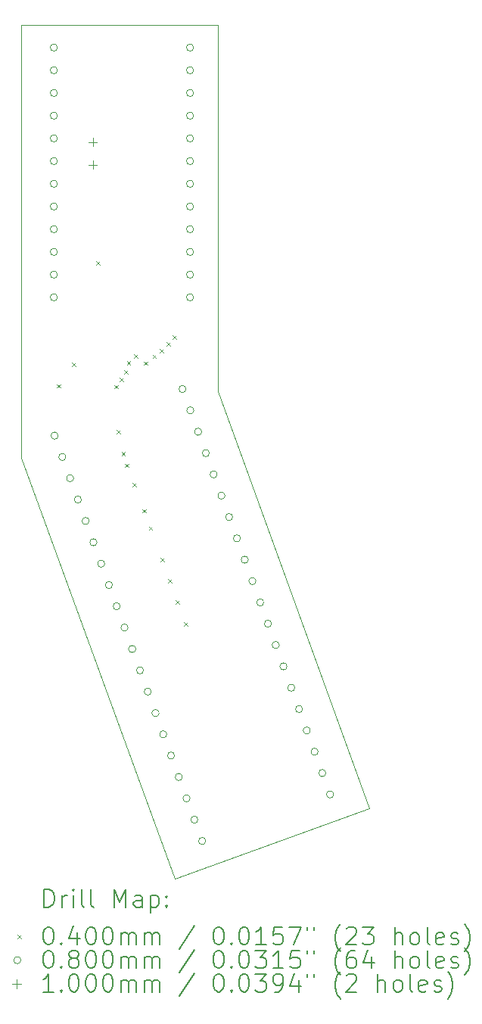
<source format=gbr>
%TF.GenerationSoftware,KiCad,Pcbnew,8.0.3*%
%TF.CreationDate,2024-06-29T10:36:16+02:00*%
%TF.ProjectId,adapter 8913-8910 Angle L,61646170-7465-4722-9038-3931332d3839,1.0a*%
%TF.SameCoordinates,Original*%
%TF.FileFunction,Drillmap*%
%TF.FilePolarity,Positive*%
%FSLAX45Y45*%
G04 Gerber Fmt 4.5, Leading zero omitted, Abs format (unit mm)*
G04 Created by KiCad (PCBNEW 8.0.3) date 2024-06-29 10:36:16*
%MOMM*%
%LPD*%
G01*
G04 APERTURE LIST*
%ADD10C,0.100000*%
%ADD11C,0.200000*%
G04 APERTURE END LIST*
D10*
X10860884Y-2303955D02*
X10860884Y-6404641D01*
X8660884Y-7153955D02*
X8660884Y-2303955D01*
X10380000Y-11860000D02*
X12557500Y-11067797D01*
X10380000Y-11860000D02*
X8660884Y-7153955D01*
X8660884Y-2303955D02*
X10860884Y-2303955D01*
X12557500Y-11067797D02*
X10860884Y-6404641D01*
D11*
D10*
X9060000Y-6325000D02*
X9100000Y-6365000D01*
X9100000Y-6325000D02*
X9060000Y-6365000D01*
X9230000Y-6085000D02*
X9270000Y-6125000D01*
X9270000Y-6085000D02*
X9230000Y-6125000D01*
X9497500Y-4952500D02*
X9537500Y-4992500D01*
X9537500Y-4952500D02*
X9497500Y-4992500D01*
X9703226Y-6333777D02*
X9743226Y-6373777D01*
X9743226Y-6333777D02*
X9703226Y-6373777D01*
X9728000Y-6837364D02*
X9768000Y-6877364D01*
X9768000Y-6837364D02*
X9728000Y-6877364D01*
X9762969Y-6253585D02*
X9802969Y-6293585D01*
X9802969Y-6253585D02*
X9762969Y-6293585D01*
X9783000Y-7085000D02*
X9823000Y-7125000D01*
X9823000Y-7085000D02*
X9783000Y-7125000D01*
X9813000Y-6167000D02*
X9853000Y-6207000D01*
X9853000Y-6167000D02*
X9813000Y-6207000D01*
X9822000Y-7214000D02*
X9862000Y-7254000D01*
X9862000Y-7214000D02*
X9822000Y-7254000D01*
X9841000Y-6069000D02*
X9881000Y-6109000D01*
X9881000Y-6069000D02*
X9841000Y-6109000D01*
X9906000Y-7430000D02*
X9946000Y-7470000D01*
X9946000Y-7430000D02*
X9906000Y-7470000D01*
X9925000Y-5994000D02*
X9965000Y-6034000D01*
X9965000Y-5994000D02*
X9925000Y-6034000D01*
X10014000Y-7724000D02*
X10054000Y-7764000D01*
X10054000Y-7724000D02*
X10014000Y-7764000D01*
X10034000Y-6072000D02*
X10074000Y-6112000D01*
X10074000Y-6072000D02*
X10034000Y-6112000D01*
X10088000Y-7918000D02*
X10128000Y-7958000D01*
X10128000Y-7918000D02*
X10088000Y-7958000D01*
X10130000Y-5997000D02*
X10170000Y-6037000D01*
X10170000Y-5997000D02*
X10130000Y-6037000D01*
X10208000Y-5931000D02*
X10248000Y-5971000D01*
X10248000Y-5931000D02*
X10208000Y-5971000D01*
X10216000Y-8270000D02*
X10256000Y-8310000D01*
X10256000Y-8270000D02*
X10216000Y-8310000D01*
X10284000Y-5857000D02*
X10324000Y-5897000D01*
X10324000Y-5857000D02*
X10284000Y-5897000D01*
X10302000Y-8507000D02*
X10342000Y-8547000D01*
X10342000Y-8507000D02*
X10302000Y-8547000D01*
X10355000Y-5781000D02*
X10395000Y-5821000D01*
X10395000Y-5781000D02*
X10355000Y-5821000D01*
X10388000Y-8746000D02*
X10428000Y-8786000D01*
X10428000Y-8746000D02*
X10388000Y-8786000D01*
X10478000Y-8991000D02*
X10518000Y-9031000D01*
X10518000Y-8991000D02*
X10478000Y-9031000D01*
X9064884Y-2559955D02*
G75*
G02*
X8984884Y-2559955I-40000J0D01*
G01*
X8984884Y-2559955D02*
G75*
G02*
X9064884Y-2559955I40000J0D01*
G01*
X9064884Y-2813955D02*
G75*
G02*
X8984884Y-2813955I-40000J0D01*
G01*
X8984884Y-2813955D02*
G75*
G02*
X9064884Y-2813955I40000J0D01*
G01*
X9064884Y-3067955D02*
G75*
G02*
X8984884Y-3067955I-40000J0D01*
G01*
X8984884Y-3067955D02*
G75*
G02*
X9064884Y-3067955I40000J0D01*
G01*
X9064884Y-3321955D02*
G75*
G02*
X8984884Y-3321955I-40000J0D01*
G01*
X8984884Y-3321955D02*
G75*
G02*
X9064884Y-3321955I40000J0D01*
G01*
X9064884Y-3575955D02*
G75*
G02*
X8984884Y-3575955I-40000J0D01*
G01*
X8984884Y-3575955D02*
G75*
G02*
X9064884Y-3575955I40000J0D01*
G01*
X9064884Y-3829955D02*
G75*
G02*
X8984884Y-3829955I-40000J0D01*
G01*
X8984884Y-3829955D02*
G75*
G02*
X9064884Y-3829955I40000J0D01*
G01*
X9064884Y-4083955D02*
G75*
G02*
X8984884Y-4083955I-40000J0D01*
G01*
X8984884Y-4083955D02*
G75*
G02*
X9064884Y-4083955I40000J0D01*
G01*
X9064884Y-4337955D02*
G75*
G02*
X8984884Y-4337955I-40000J0D01*
G01*
X8984884Y-4337955D02*
G75*
G02*
X9064884Y-4337955I40000J0D01*
G01*
X9064884Y-4591955D02*
G75*
G02*
X8984884Y-4591955I-40000J0D01*
G01*
X8984884Y-4591955D02*
G75*
G02*
X9064884Y-4591955I40000J0D01*
G01*
X9064884Y-4845955D02*
G75*
G02*
X8984884Y-4845955I-40000J0D01*
G01*
X8984884Y-4845955D02*
G75*
G02*
X9064884Y-4845955I40000J0D01*
G01*
X9064884Y-5099955D02*
G75*
G02*
X8984884Y-5099955I-40000J0D01*
G01*
X8984884Y-5099955D02*
G75*
G02*
X9064884Y-5099955I40000J0D01*
G01*
X9064884Y-5353955D02*
G75*
G02*
X8984884Y-5353955I-40000J0D01*
G01*
X8984884Y-5353955D02*
G75*
G02*
X9064884Y-5353955I40000J0D01*
G01*
X9072909Y-6901239D02*
G75*
G02*
X8992909Y-6901239I-40000J0D01*
G01*
X8992909Y-6901239D02*
G75*
G02*
X9072909Y-6901239I40000J0D01*
G01*
X9159782Y-7139921D02*
G75*
G02*
X9079782Y-7139921I-40000J0D01*
G01*
X9079782Y-7139921D02*
G75*
G02*
X9159782Y-7139921I40000J0D01*
G01*
X9246655Y-7378602D02*
G75*
G02*
X9166655Y-7378602I-40000J0D01*
G01*
X9166655Y-7378602D02*
G75*
G02*
X9246655Y-7378602I40000J0D01*
G01*
X9333528Y-7617284D02*
G75*
G02*
X9253528Y-7617284I-40000J0D01*
G01*
X9253528Y-7617284D02*
G75*
G02*
X9333528Y-7617284I40000J0D01*
G01*
X9420401Y-7855966D02*
G75*
G02*
X9340401Y-7855966I-40000J0D01*
G01*
X9340401Y-7855966D02*
G75*
G02*
X9420401Y-7855966I40000J0D01*
G01*
X9507274Y-8094648D02*
G75*
G02*
X9427274Y-8094648I-40000J0D01*
G01*
X9427274Y-8094648D02*
G75*
G02*
X9507274Y-8094648I40000J0D01*
G01*
X9594147Y-8333330D02*
G75*
G02*
X9514147Y-8333330I-40000J0D01*
G01*
X9514147Y-8333330D02*
G75*
G02*
X9594147Y-8333330I40000J0D01*
G01*
X9681020Y-8572012D02*
G75*
G02*
X9601020Y-8572012I-40000J0D01*
G01*
X9601020Y-8572012D02*
G75*
G02*
X9681020Y-8572012I40000J0D01*
G01*
X9767893Y-8810694D02*
G75*
G02*
X9687893Y-8810694I-40000J0D01*
G01*
X9687893Y-8810694D02*
G75*
G02*
X9767893Y-8810694I40000J0D01*
G01*
X9854767Y-9049376D02*
G75*
G02*
X9774767Y-9049376I-40000J0D01*
G01*
X9774767Y-9049376D02*
G75*
G02*
X9854767Y-9049376I40000J0D01*
G01*
X9941640Y-9288058D02*
G75*
G02*
X9861640Y-9288058I-40000J0D01*
G01*
X9861640Y-9288058D02*
G75*
G02*
X9941640Y-9288058I40000J0D01*
G01*
X10028513Y-9526740D02*
G75*
G02*
X9948513Y-9526740I-40000J0D01*
G01*
X9948513Y-9526740D02*
G75*
G02*
X10028513Y-9526740I40000J0D01*
G01*
X10115386Y-9765422D02*
G75*
G02*
X10035386Y-9765422I-40000J0D01*
G01*
X10035386Y-9765422D02*
G75*
G02*
X10115386Y-9765422I40000J0D01*
G01*
X10202259Y-10004104D02*
G75*
G02*
X10122259Y-10004104I-40000J0D01*
G01*
X10122259Y-10004104D02*
G75*
G02*
X10202259Y-10004104I40000J0D01*
G01*
X10289132Y-10242786D02*
G75*
G02*
X10209132Y-10242786I-40000J0D01*
G01*
X10209132Y-10242786D02*
G75*
G02*
X10289132Y-10242786I40000J0D01*
G01*
X10376005Y-10481468D02*
G75*
G02*
X10296005Y-10481468I-40000J0D01*
G01*
X10296005Y-10481468D02*
G75*
G02*
X10376005Y-10481468I40000J0D01*
G01*
X10462878Y-10720150D02*
G75*
G02*
X10382878Y-10720150I-40000J0D01*
G01*
X10382878Y-10720150D02*
G75*
G02*
X10462878Y-10720150I40000J0D01*
G01*
X10505000Y-6380000D02*
G75*
G02*
X10425000Y-6380000I-40000J0D01*
G01*
X10425000Y-6380000D02*
G75*
G02*
X10505000Y-6380000I40000J0D01*
G01*
X10549751Y-10958831D02*
G75*
G02*
X10469751Y-10958831I-40000J0D01*
G01*
X10469751Y-10958831D02*
G75*
G02*
X10549751Y-10958831I40000J0D01*
G01*
X10588884Y-2559955D02*
G75*
G02*
X10508884Y-2559955I-40000J0D01*
G01*
X10508884Y-2559955D02*
G75*
G02*
X10588884Y-2559955I40000J0D01*
G01*
X10588884Y-2813955D02*
G75*
G02*
X10508884Y-2813955I-40000J0D01*
G01*
X10508884Y-2813955D02*
G75*
G02*
X10588884Y-2813955I40000J0D01*
G01*
X10588884Y-3067955D02*
G75*
G02*
X10508884Y-3067955I-40000J0D01*
G01*
X10508884Y-3067955D02*
G75*
G02*
X10588884Y-3067955I40000J0D01*
G01*
X10588884Y-3321955D02*
G75*
G02*
X10508884Y-3321955I-40000J0D01*
G01*
X10508884Y-3321955D02*
G75*
G02*
X10588884Y-3321955I40000J0D01*
G01*
X10588884Y-3575955D02*
G75*
G02*
X10508884Y-3575955I-40000J0D01*
G01*
X10508884Y-3575955D02*
G75*
G02*
X10588884Y-3575955I40000J0D01*
G01*
X10588884Y-3829955D02*
G75*
G02*
X10508884Y-3829955I-40000J0D01*
G01*
X10508884Y-3829955D02*
G75*
G02*
X10588884Y-3829955I40000J0D01*
G01*
X10588884Y-4083955D02*
G75*
G02*
X10508884Y-4083955I-40000J0D01*
G01*
X10508884Y-4083955D02*
G75*
G02*
X10588884Y-4083955I40000J0D01*
G01*
X10588884Y-4337955D02*
G75*
G02*
X10508884Y-4337955I-40000J0D01*
G01*
X10508884Y-4337955D02*
G75*
G02*
X10588884Y-4337955I40000J0D01*
G01*
X10588884Y-4591955D02*
G75*
G02*
X10508884Y-4591955I-40000J0D01*
G01*
X10508884Y-4591955D02*
G75*
G02*
X10588884Y-4591955I40000J0D01*
G01*
X10588884Y-4845955D02*
G75*
G02*
X10508884Y-4845955I-40000J0D01*
G01*
X10508884Y-4845955D02*
G75*
G02*
X10588884Y-4845955I40000J0D01*
G01*
X10588884Y-5099955D02*
G75*
G02*
X10508884Y-5099955I-40000J0D01*
G01*
X10508884Y-5099955D02*
G75*
G02*
X10588884Y-5099955I40000J0D01*
G01*
X10588884Y-5353955D02*
G75*
G02*
X10508884Y-5353955I-40000J0D01*
G01*
X10508884Y-5353955D02*
G75*
G02*
X10588884Y-5353955I40000J0D01*
G01*
X10591873Y-6618682D02*
G75*
G02*
X10511873Y-6618682I-40000J0D01*
G01*
X10511873Y-6618682D02*
G75*
G02*
X10591873Y-6618682I40000J0D01*
G01*
X10636625Y-11197513D02*
G75*
G02*
X10556625Y-11197513I-40000J0D01*
G01*
X10556625Y-11197513D02*
G75*
G02*
X10636625Y-11197513I40000J0D01*
G01*
X10678746Y-6857364D02*
G75*
G02*
X10598746Y-6857364I-40000J0D01*
G01*
X10598746Y-6857364D02*
G75*
G02*
X10678746Y-6857364I40000J0D01*
G01*
X10723498Y-11436195D02*
G75*
G02*
X10643498Y-11436195I-40000J0D01*
G01*
X10643498Y-11436195D02*
G75*
G02*
X10723498Y-11436195I40000J0D01*
G01*
X10765619Y-7096046D02*
G75*
G02*
X10685619Y-7096046I-40000J0D01*
G01*
X10685619Y-7096046D02*
G75*
G02*
X10765619Y-7096046I40000J0D01*
G01*
X10852493Y-7334728D02*
G75*
G02*
X10772493Y-7334728I-40000J0D01*
G01*
X10772493Y-7334728D02*
G75*
G02*
X10852493Y-7334728I40000J0D01*
G01*
X10939366Y-7573410D02*
G75*
G02*
X10859366Y-7573410I-40000J0D01*
G01*
X10859366Y-7573410D02*
G75*
G02*
X10939366Y-7573410I40000J0D01*
G01*
X11026239Y-7812091D02*
G75*
G02*
X10946239Y-7812091I-40000J0D01*
G01*
X10946239Y-7812091D02*
G75*
G02*
X11026239Y-7812091I40000J0D01*
G01*
X11113112Y-8050773D02*
G75*
G02*
X11033112Y-8050773I-40000J0D01*
G01*
X11033112Y-8050773D02*
G75*
G02*
X11113112Y-8050773I40000J0D01*
G01*
X11199985Y-8289455D02*
G75*
G02*
X11119985Y-8289455I-40000J0D01*
G01*
X11119985Y-8289455D02*
G75*
G02*
X11199985Y-8289455I40000J0D01*
G01*
X11286858Y-8528137D02*
G75*
G02*
X11206858Y-8528137I-40000J0D01*
G01*
X11206858Y-8528137D02*
G75*
G02*
X11286858Y-8528137I40000J0D01*
G01*
X11373731Y-8766819D02*
G75*
G02*
X11293731Y-8766819I-40000J0D01*
G01*
X11293731Y-8766819D02*
G75*
G02*
X11373731Y-8766819I40000J0D01*
G01*
X11460604Y-9005501D02*
G75*
G02*
X11380604Y-9005501I-40000J0D01*
G01*
X11380604Y-9005501D02*
G75*
G02*
X11460604Y-9005501I40000J0D01*
G01*
X11547477Y-9244183D02*
G75*
G02*
X11467477Y-9244183I-40000J0D01*
G01*
X11467477Y-9244183D02*
G75*
G02*
X11547477Y-9244183I40000J0D01*
G01*
X11634350Y-9482865D02*
G75*
G02*
X11554350Y-9482865I-40000J0D01*
G01*
X11554350Y-9482865D02*
G75*
G02*
X11634350Y-9482865I40000J0D01*
G01*
X11721224Y-9721547D02*
G75*
G02*
X11641224Y-9721547I-40000J0D01*
G01*
X11641224Y-9721547D02*
G75*
G02*
X11721224Y-9721547I40000J0D01*
G01*
X11808097Y-9960229D02*
G75*
G02*
X11728097Y-9960229I-40000J0D01*
G01*
X11728097Y-9960229D02*
G75*
G02*
X11808097Y-9960229I40000J0D01*
G01*
X11894970Y-10198911D02*
G75*
G02*
X11814970Y-10198911I-40000J0D01*
G01*
X11814970Y-10198911D02*
G75*
G02*
X11894970Y-10198911I40000J0D01*
G01*
X11981843Y-10437593D02*
G75*
G02*
X11901843Y-10437593I-40000J0D01*
G01*
X11901843Y-10437593D02*
G75*
G02*
X11981843Y-10437593I40000J0D01*
G01*
X12068716Y-10676275D02*
G75*
G02*
X11988716Y-10676275I-40000J0D01*
G01*
X11988716Y-10676275D02*
G75*
G02*
X12068716Y-10676275I40000J0D01*
G01*
X12155589Y-10914957D02*
G75*
G02*
X12075589Y-10914957I-40000J0D01*
G01*
X12075589Y-10914957D02*
G75*
G02*
X12155589Y-10914957I40000J0D01*
G01*
X9460000Y-3566000D02*
X9460000Y-3666000D01*
X9410000Y-3616000D02*
X9510000Y-3616000D01*
X9460000Y-3820000D02*
X9460000Y-3920000D01*
X9410000Y-3870000D02*
X9510000Y-3870000D01*
D11*
X8916661Y-12176484D02*
X8916661Y-11976484D01*
X8916661Y-11976484D02*
X8964280Y-11976484D01*
X8964280Y-11976484D02*
X8992851Y-11986008D01*
X8992851Y-11986008D02*
X9011899Y-12005055D01*
X9011899Y-12005055D02*
X9021423Y-12024103D01*
X9021423Y-12024103D02*
X9030947Y-12062198D01*
X9030947Y-12062198D02*
X9030947Y-12090769D01*
X9030947Y-12090769D02*
X9021423Y-12128865D01*
X9021423Y-12128865D02*
X9011899Y-12147912D01*
X9011899Y-12147912D02*
X8992851Y-12166960D01*
X8992851Y-12166960D02*
X8964280Y-12176484D01*
X8964280Y-12176484D02*
X8916661Y-12176484D01*
X9116661Y-12176484D02*
X9116661Y-12043150D01*
X9116661Y-12081246D02*
X9126185Y-12062198D01*
X9126185Y-12062198D02*
X9135708Y-12052674D01*
X9135708Y-12052674D02*
X9154756Y-12043150D01*
X9154756Y-12043150D02*
X9173804Y-12043150D01*
X9240470Y-12176484D02*
X9240470Y-12043150D01*
X9240470Y-11976484D02*
X9230947Y-11986008D01*
X9230947Y-11986008D02*
X9240470Y-11995531D01*
X9240470Y-11995531D02*
X9249994Y-11986008D01*
X9249994Y-11986008D02*
X9240470Y-11976484D01*
X9240470Y-11976484D02*
X9240470Y-11995531D01*
X9364280Y-12176484D02*
X9345232Y-12166960D01*
X9345232Y-12166960D02*
X9335708Y-12147912D01*
X9335708Y-12147912D02*
X9335708Y-11976484D01*
X9469042Y-12176484D02*
X9449994Y-12166960D01*
X9449994Y-12166960D02*
X9440470Y-12147912D01*
X9440470Y-12147912D02*
X9440470Y-11976484D01*
X9697613Y-12176484D02*
X9697613Y-11976484D01*
X9697613Y-11976484D02*
X9764280Y-12119341D01*
X9764280Y-12119341D02*
X9830947Y-11976484D01*
X9830947Y-11976484D02*
X9830947Y-12176484D01*
X10011899Y-12176484D02*
X10011899Y-12071722D01*
X10011899Y-12071722D02*
X10002375Y-12052674D01*
X10002375Y-12052674D02*
X9983328Y-12043150D01*
X9983328Y-12043150D02*
X9945232Y-12043150D01*
X9945232Y-12043150D02*
X9926185Y-12052674D01*
X10011899Y-12166960D02*
X9992851Y-12176484D01*
X9992851Y-12176484D02*
X9945232Y-12176484D01*
X9945232Y-12176484D02*
X9926185Y-12166960D01*
X9926185Y-12166960D02*
X9916661Y-12147912D01*
X9916661Y-12147912D02*
X9916661Y-12128865D01*
X9916661Y-12128865D02*
X9926185Y-12109817D01*
X9926185Y-12109817D02*
X9945232Y-12100293D01*
X9945232Y-12100293D02*
X9992851Y-12100293D01*
X9992851Y-12100293D02*
X10011899Y-12090769D01*
X10107137Y-12043150D02*
X10107137Y-12243150D01*
X10107137Y-12052674D02*
X10126185Y-12043150D01*
X10126185Y-12043150D02*
X10164280Y-12043150D01*
X10164280Y-12043150D02*
X10183328Y-12052674D01*
X10183328Y-12052674D02*
X10192851Y-12062198D01*
X10192851Y-12062198D02*
X10202375Y-12081246D01*
X10202375Y-12081246D02*
X10202375Y-12138388D01*
X10202375Y-12138388D02*
X10192851Y-12157436D01*
X10192851Y-12157436D02*
X10183328Y-12166960D01*
X10183328Y-12166960D02*
X10164280Y-12176484D01*
X10164280Y-12176484D02*
X10126185Y-12176484D01*
X10126185Y-12176484D02*
X10107137Y-12166960D01*
X10288089Y-12157436D02*
X10297613Y-12166960D01*
X10297613Y-12166960D02*
X10288089Y-12176484D01*
X10288089Y-12176484D02*
X10278566Y-12166960D01*
X10278566Y-12166960D02*
X10288089Y-12157436D01*
X10288089Y-12157436D02*
X10288089Y-12176484D01*
X10288089Y-12052674D02*
X10297613Y-12062198D01*
X10297613Y-12062198D02*
X10288089Y-12071722D01*
X10288089Y-12071722D02*
X10278566Y-12062198D01*
X10278566Y-12062198D02*
X10288089Y-12052674D01*
X10288089Y-12052674D02*
X10288089Y-12071722D01*
D10*
X8615884Y-12485000D02*
X8655884Y-12525000D01*
X8655884Y-12485000D02*
X8615884Y-12525000D01*
D11*
X8954756Y-12396484D02*
X8973804Y-12396484D01*
X8973804Y-12396484D02*
X8992851Y-12406008D01*
X8992851Y-12406008D02*
X9002375Y-12415531D01*
X9002375Y-12415531D02*
X9011899Y-12434579D01*
X9011899Y-12434579D02*
X9021423Y-12472674D01*
X9021423Y-12472674D02*
X9021423Y-12520293D01*
X9021423Y-12520293D02*
X9011899Y-12558388D01*
X9011899Y-12558388D02*
X9002375Y-12577436D01*
X9002375Y-12577436D02*
X8992851Y-12586960D01*
X8992851Y-12586960D02*
X8973804Y-12596484D01*
X8973804Y-12596484D02*
X8954756Y-12596484D01*
X8954756Y-12596484D02*
X8935708Y-12586960D01*
X8935708Y-12586960D02*
X8926185Y-12577436D01*
X8926185Y-12577436D02*
X8916661Y-12558388D01*
X8916661Y-12558388D02*
X8907137Y-12520293D01*
X8907137Y-12520293D02*
X8907137Y-12472674D01*
X8907137Y-12472674D02*
X8916661Y-12434579D01*
X8916661Y-12434579D02*
X8926185Y-12415531D01*
X8926185Y-12415531D02*
X8935708Y-12406008D01*
X8935708Y-12406008D02*
X8954756Y-12396484D01*
X9107137Y-12577436D02*
X9116661Y-12586960D01*
X9116661Y-12586960D02*
X9107137Y-12596484D01*
X9107137Y-12596484D02*
X9097613Y-12586960D01*
X9097613Y-12586960D02*
X9107137Y-12577436D01*
X9107137Y-12577436D02*
X9107137Y-12596484D01*
X9288089Y-12463150D02*
X9288089Y-12596484D01*
X9240470Y-12386960D02*
X9192851Y-12529817D01*
X9192851Y-12529817D02*
X9316661Y-12529817D01*
X9430947Y-12396484D02*
X9449994Y-12396484D01*
X9449994Y-12396484D02*
X9469042Y-12406008D01*
X9469042Y-12406008D02*
X9478566Y-12415531D01*
X9478566Y-12415531D02*
X9488089Y-12434579D01*
X9488089Y-12434579D02*
X9497613Y-12472674D01*
X9497613Y-12472674D02*
X9497613Y-12520293D01*
X9497613Y-12520293D02*
X9488089Y-12558388D01*
X9488089Y-12558388D02*
X9478566Y-12577436D01*
X9478566Y-12577436D02*
X9469042Y-12586960D01*
X9469042Y-12586960D02*
X9449994Y-12596484D01*
X9449994Y-12596484D02*
X9430947Y-12596484D01*
X9430947Y-12596484D02*
X9411899Y-12586960D01*
X9411899Y-12586960D02*
X9402375Y-12577436D01*
X9402375Y-12577436D02*
X9392851Y-12558388D01*
X9392851Y-12558388D02*
X9383328Y-12520293D01*
X9383328Y-12520293D02*
X9383328Y-12472674D01*
X9383328Y-12472674D02*
X9392851Y-12434579D01*
X9392851Y-12434579D02*
X9402375Y-12415531D01*
X9402375Y-12415531D02*
X9411899Y-12406008D01*
X9411899Y-12406008D02*
X9430947Y-12396484D01*
X9621423Y-12396484D02*
X9640470Y-12396484D01*
X9640470Y-12396484D02*
X9659518Y-12406008D01*
X9659518Y-12406008D02*
X9669042Y-12415531D01*
X9669042Y-12415531D02*
X9678566Y-12434579D01*
X9678566Y-12434579D02*
X9688089Y-12472674D01*
X9688089Y-12472674D02*
X9688089Y-12520293D01*
X9688089Y-12520293D02*
X9678566Y-12558388D01*
X9678566Y-12558388D02*
X9669042Y-12577436D01*
X9669042Y-12577436D02*
X9659518Y-12586960D01*
X9659518Y-12586960D02*
X9640470Y-12596484D01*
X9640470Y-12596484D02*
X9621423Y-12596484D01*
X9621423Y-12596484D02*
X9602375Y-12586960D01*
X9602375Y-12586960D02*
X9592851Y-12577436D01*
X9592851Y-12577436D02*
X9583328Y-12558388D01*
X9583328Y-12558388D02*
X9573804Y-12520293D01*
X9573804Y-12520293D02*
X9573804Y-12472674D01*
X9573804Y-12472674D02*
X9583328Y-12434579D01*
X9583328Y-12434579D02*
X9592851Y-12415531D01*
X9592851Y-12415531D02*
X9602375Y-12406008D01*
X9602375Y-12406008D02*
X9621423Y-12396484D01*
X9773804Y-12596484D02*
X9773804Y-12463150D01*
X9773804Y-12482198D02*
X9783328Y-12472674D01*
X9783328Y-12472674D02*
X9802375Y-12463150D01*
X9802375Y-12463150D02*
X9830947Y-12463150D01*
X9830947Y-12463150D02*
X9849994Y-12472674D01*
X9849994Y-12472674D02*
X9859518Y-12491722D01*
X9859518Y-12491722D02*
X9859518Y-12596484D01*
X9859518Y-12491722D02*
X9869042Y-12472674D01*
X9869042Y-12472674D02*
X9888089Y-12463150D01*
X9888089Y-12463150D02*
X9916661Y-12463150D01*
X9916661Y-12463150D02*
X9935709Y-12472674D01*
X9935709Y-12472674D02*
X9945232Y-12491722D01*
X9945232Y-12491722D02*
X9945232Y-12596484D01*
X10040470Y-12596484D02*
X10040470Y-12463150D01*
X10040470Y-12482198D02*
X10049994Y-12472674D01*
X10049994Y-12472674D02*
X10069042Y-12463150D01*
X10069042Y-12463150D02*
X10097613Y-12463150D01*
X10097613Y-12463150D02*
X10116661Y-12472674D01*
X10116661Y-12472674D02*
X10126185Y-12491722D01*
X10126185Y-12491722D02*
X10126185Y-12596484D01*
X10126185Y-12491722D02*
X10135709Y-12472674D01*
X10135709Y-12472674D02*
X10154756Y-12463150D01*
X10154756Y-12463150D02*
X10183328Y-12463150D01*
X10183328Y-12463150D02*
X10202375Y-12472674D01*
X10202375Y-12472674D02*
X10211899Y-12491722D01*
X10211899Y-12491722D02*
X10211899Y-12596484D01*
X10602375Y-12386960D02*
X10430947Y-12644103D01*
X10859518Y-12396484D02*
X10878566Y-12396484D01*
X10878566Y-12396484D02*
X10897613Y-12406008D01*
X10897613Y-12406008D02*
X10907137Y-12415531D01*
X10907137Y-12415531D02*
X10916661Y-12434579D01*
X10916661Y-12434579D02*
X10926185Y-12472674D01*
X10926185Y-12472674D02*
X10926185Y-12520293D01*
X10926185Y-12520293D02*
X10916661Y-12558388D01*
X10916661Y-12558388D02*
X10907137Y-12577436D01*
X10907137Y-12577436D02*
X10897613Y-12586960D01*
X10897613Y-12586960D02*
X10878566Y-12596484D01*
X10878566Y-12596484D02*
X10859518Y-12596484D01*
X10859518Y-12596484D02*
X10840471Y-12586960D01*
X10840471Y-12586960D02*
X10830947Y-12577436D01*
X10830947Y-12577436D02*
X10821423Y-12558388D01*
X10821423Y-12558388D02*
X10811899Y-12520293D01*
X10811899Y-12520293D02*
X10811899Y-12472674D01*
X10811899Y-12472674D02*
X10821423Y-12434579D01*
X10821423Y-12434579D02*
X10830947Y-12415531D01*
X10830947Y-12415531D02*
X10840471Y-12406008D01*
X10840471Y-12406008D02*
X10859518Y-12396484D01*
X11011899Y-12577436D02*
X11021423Y-12586960D01*
X11021423Y-12586960D02*
X11011899Y-12596484D01*
X11011899Y-12596484D02*
X11002375Y-12586960D01*
X11002375Y-12586960D02*
X11011899Y-12577436D01*
X11011899Y-12577436D02*
X11011899Y-12596484D01*
X11145232Y-12396484D02*
X11164280Y-12396484D01*
X11164280Y-12396484D02*
X11183328Y-12406008D01*
X11183328Y-12406008D02*
X11192851Y-12415531D01*
X11192851Y-12415531D02*
X11202375Y-12434579D01*
X11202375Y-12434579D02*
X11211899Y-12472674D01*
X11211899Y-12472674D02*
X11211899Y-12520293D01*
X11211899Y-12520293D02*
X11202375Y-12558388D01*
X11202375Y-12558388D02*
X11192851Y-12577436D01*
X11192851Y-12577436D02*
X11183328Y-12586960D01*
X11183328Y-12586960D02*
X11164280Y-12596484D01*
X11164280Y-12596484D02*
X11145232Y-12596484D01*
X11145232Y-12596484D02*
X11126185Y-12586960D01*
X11126185Y-12586960D02*
X11116661Y-12577436D01*
X11116661Y-12577436D02*
X11107137Y-12558388D01*
X11107137Y-12558388D02*
X11097613Y-12520293D01*
X11097613Y-12520293D02*
X11097613Y-12472674D01*
X11097613Y-12472674D02*
X11107137Y-12434579D01*
X11107137Y-12434579D02*
X11116661Y-12415531D01*
X11116661Y-12415531D02*
X11126185Y-12406008D01*
X11126185Y-12406008D02*
X11145232Y-12396484D01*
X11402375Y-12596484D02*
X11288090Y-12596484D01*
X11345232Y-12596484D02*
X11345232Y-12396484D01*
X11345232Y-12396484D02*
X11326185Y-12425055D01*
X11326185Y-12425055D02*
X11307137Y-12444103D01*
X11307137Y-12444103D02*
X11288090Y-12453627D01*
X11583328Y-12396484D02*
X11488090Y-12396484D01*
X11488090Y-12396484D02*
X11478566Y-12491722D01*
X11478566Y-12491722D02*
X11488090Y-12482198D01*
X11488090Y-12482198D02*
X11507137Y-12472674D01*
X11507137Y-12472674D02*
X11554756Y-12472674D01*
X11554756Y-12472674D02*
X11573804Y-12482198D01*
X11573804Y-12482198D02*
X11583328Y-12491722D01*
X11583328Y-12491722D02*
X11592851Y-12510769D01*
X11592851Y-12510769D02*
X11592851Y-12558388D01*
X11592851Y-12558388D02*
X11583328Y-12577436D01*
X11583328Y-12577436D02*
X11573804Y-12586960D01*
X11573804Y-12586960D02*
X11554756Y-12596484D01*
X11554756Y-12596484D02*
X11507137Y-12596484D01*
X11507137Y-12596484D02*
X11488090Y-12586960D01*
X11488090Y-12586960D02*
X11478566Y-12577436D01*
X11659518Y-12396484D02*
X11792851Y-12396484D01*
X11792851Y-12396484D02*
X11707137Y-12596484D01*
X11859518Y-12396484D02*
X11859518Y-12434579D01*
X11935709Y-12396484D02*
X11935709Y-12434579D01*
X12230947Y-12672674D02*
X12221423Y-12663150D01*
X12221423Y-12663150D02*
X12202375Y-12634579D01*
X12202375Y-12634579D02*
X12192852Y-12615531D01*
X12192852Y-12615531D02*
X12183328Y-12586960D01*
X12183328Y-12586960D02*
X12173804Y-12539341D01*
X12173804Y-12539341D02*
X12173804Y-12501246D01*
X12173804Y-12501246D02*
X12183328Y-12453627D01*
X12183328Y-12453627D02*
X12192852Y-12425055D01*
X12192852Y-12425055D02*
X12202375Y-12406008D01*
X12202375Y-12406008D02*
X12221423Y-12377436D01*
X12221423Y-12377436D02*
X12230947Y-12367912D01*
X12297613Y-12415531D02*
X12307137Y-12406008D01*
X12307137Y-12406008D02*
X12326185Y-12396484D01*
X12326185Y-12396484D02*
X12373804Y-12396484D01*
X12373804Y-12396484D02*
X12392852Y-12406008D01*
X12392852Y-12406008D02*
X12402375Y-12415531D01*
X12402375Y-12415531D02*
X12411899Y-12434579D01*
X12411899Y-12434579D02*
X12411899Y-12453627D01*
X12411899Y-12453627D02*
X12402375Y-12482198D01*
X12402375Y-12482198D02*
X12288090Y-12596484D01*
X12288090Y-12596484D02*
X12411899Y-12596484D01*
X12478566Y-12396484D02*
X12602375Y-12396484D01*
X12602375Y-12396484D02*
X12535709Y-12472674D01*
X12535709Y-12472674D02*
X12564280Y-12472674D01*
X12564280Y-12472674D02*
X12583328Y-12482198D01*
X12583328Y-12482198D02*
X12592852Y-12491722D01*
X12592852Y-12491722D02*
X12602375Y-12510769D01*
X12602375Y-12510769D02*
X12602375Y-12558388D01*
X12602375Y-12558388D02*
X12592852Y-12577436D01*
X12592852Y-12577436D02*
X12583328Y-12586960D01*
X12583328Y-12586960D02*
X12564280Y-12596484D01*
X12564280Y-12596484D02*
X12507137Y-12596484D01*
X12507137Y-12596484D02*
X12488090Y-12586960D01*
X12488090Y-12586960D02*
X12478566Y-12577436D01*
X12840471Y-12596484D02*
X12840471Y-12396484D01*
X12926185Y-12596484D02*
X12926185Y-12491722D01*
X12926185Y-12491722D02*
X12916661Y-12472674D01*
X12916661Y-12472674D02*
X12897614Y-12463150D01*
X12897614Y-12463150D02*
X12869042Y-12463150D01*
X12869042Y-12463150D02*
X12849994Y-12472674D01*
X12849994Y-12472674D02*
X12840471Y-12482198D01*
X13049994Y-12596484D02*
X13030947Y-12586960D01*
X13030947Y-12586960D02*
X13021423Y-12577436D01*
X13021423Y-12577436D02*
X13011899Y-12558388D01*
X13011899Y-12558388D02*
X13011899Y-12501246D01*
X13011899Y-12501246D02*
X13021423Y-12482198D01*
X13021423Y-12482198D02*
X13030947Y-12472674D01*
X13030947Y-12472674D02*
X13049994Y-12463150D01*
X13049994Y-12463150D02*
X13078566Y-12463150D01*
X13078566Y-12463150D02*
X13097614Y-12472674D01*
X13097614Y-12472674D02*
X13107137Y-12482198D01*
X13107137Y-12482198D02*
X13116661Y-12501246D01*
X13116661Y-12501246D02*
X13116661Y-12558388D01*
X13116661Y-12558388D02*
X13107137Y-12577436D01*
X13107137Y-12577436D02*
X13097614Y-12586960D01*
X13097614Y-12586960D02*
X13078566Y-12596484D01*
X13078566Y-12596484D02*
X13049994Y-12596484D01*
X13230947Y-12596484D02*
X13211899Y-12586960D01*
X13211899Y-12586960D02*
X13202375Y-12567912D01*
X13202375Y-12567912D02*
X13202375Y-12396484D01*
X13383328Y-12586960D02*
X13364280Y-12596484D01*
X13364280Y-12596484D02*
X13326185Y-12596484D01*
X13326185Y-12596484D02*
X13307137Y-12586960D01*
X13307137Y-12586960D02*
X13297614Y-12567912D01*
X13297614Y-12567912D02*
X13297614Y-12491722D01*
X13297614Y-12491722D02*
X13307137Y-12472674D01*
X13307137Y-12472674D02*
X13326185Y-12463150D01*
X13326185Y-12463150D02*
X13364280Y-12463150D01*
X13364280Y-12463150D02*
X13383328Y-12472674D01*
X13383328Y-12472674D02*
X13392852Y-12491722D01*
X13392852Y-12491722D02*
X13392852Y-12510769D01*
X13392852Y-12510769D02*
X13297614Y-12529817D01*
X13469042Y-12586960D02*
X13488090Y-12596484D01*
X13488090Y-12596484D02*
X13526185Y-12596484D01*
X13526185Y-12596484D02*
X13545233Y-12586960D01*
X13545233Y-12586960D02*
X13554756Y-12567912D01*
X13554756Y-12567912D02*
X13554756Y-12558388D01*
X13554756Y-12558388D02*
X13545233Y-12539341D01*
X13545233Y-12539341D02*
X13526185Y-12529817D01*
X13526185Y-12529817D02*
X13497614Y-12529817D01*
X13497614Y-12529817D02*
X13478566Y-12520293D01*
X13478566Y-12520293D02*
X13469042Y-12501246D01*
X13469042Y-12501246D02*
X13469042Y-12491722D01*
X13469042Y-12491722D02*
X13478566Y-12472674D01*
X13478566Y-12472674D02*
X13497614Y-12463150D01*
X13497614Y-12463150D02*
X13526185Y-12463150D01*
X13526185Y-12463150D02*
X13545233Y-12472674D01*
X13621423Y-12672674D02*
X13630947Y-12663150D01*
X13630947Y-12663150D02*
X13649995Y-12634579D01*
X13649995Y-12634579D02*
X13659518Y-12615531D01*
X13659518Y-12615531D02*
X13669042Y-12586960D01*
X13669042Y-12586960D02*
X13678566Y-12539341D01*
X13678566Y-12539341D02*
X13678566Y-12501246D01*
X13678566Y-12501246D02*
X13669042Y-12453627D01*
X13669042Y-12453627D02*
X13659518Y-12425055D01*
X13659518Y-12425055D02*
X13649995Y-12406008D01*
X13649995Y-12406008D02*
X13630947Y-12377436D01*
X13630947Y-12377436D02*
X13621423Y-12367912D01*
D10*
X8655884Y-12769000D02*
G75*
G02*
X8575884Y-12769000I-40000J0D01*
G01*
X8575884Y-12769000D02*
G75*
G02*
X8655884Y-12769000I40000J0D01*
G01*
D11*
X8954756Y-12660484D02*
X8973804Y-12660484D01*
X8973804Y-12660484D02*
X8992851Y-12670008D01*
X8992851Y-12670008D02*
X9002375Y-12679531D01*
X9002375Y-12679531D02*
X9011899Y-12698579D01*
X9011899Y-12698579D02*
X9021423Y-12736674D01*
X9021423Y-12736674D02*
X9021423Y-12784293D01*
X9021423Y-12784293D02*
X9011899Y-12822388D01*
X9011899Y-12822388D02*
X9002375Y-12841436D01*
X9002375Y-12841436D02*
X8992851Y-12850960D01*
X8992851Y-12850960D02*
X8973804Y-12860484D01*
X8973804Y-12860484D02*
X8954756Y-12860484D01*
X8954756Y-12860484D02*
X8935708Y-12850960D01*
X8935708Y-12850960D02*
X8926185Y-12841436D01*
X8926185Y-12841436D02*
X8916661Y-12822388D01*
X8916661Y-12822388D02*
X8907137Y-12784293D01*
X8907137Y-12784293D02*
X8907137Y-12736674D01*
X8907137Y-12736674D02*
X8916661Y-12698579D01*
X8916661Y-12698579D02*
X8926185Y-12679531D01*
X8926185Y-12679531D02*
X8935708Y-12670008D01*
X8935708Y-12670008D02*
X8954756Y-12660484D01*
X9107137Y-12841436D02*
X9116661Y-12850960D01*
X9116661Y-12850960D02*
X9107137Y-12860484D01*
X9107137Y-12860484D02*
X9097613Y-12850960D01*
X9097613Y-12850960D02*
X9107137Y-12841436D01*
X9107137Y-12841436D02*
X9107137Y-12860484D01*
X9230947Y-12746198D02*
X9211899Y-12736674D01*
X9211899Y-12736674D02*
X9202375Y-12727150D01*
X9202375Y-12727150D02*
X9192851Y-12708103D01*
X9192851Y-12708103D02*
X9192851Y-12698579D01*
X9192851Y-12698579D02*
X9202375Y-12679531D01*
X9202375Y-12679531D02*
X9211899Y-12670008D01*
X9211899Y-12670008D02*
X9230947Y-12660484D01*
X9230947Y-12660484D02*
X9269042Y-12660484D01*
X9269042Y-12660484D02*
X9288089Y-12670008D01*
X9288089Y-12670008D02*
X9297613Y-12679531D01*
X9297613Y-12679531D02*
X9307137Y-12698579D01*
X9307137Y-12698579D02*
X9307137Y-12708103D01*
X9307137Y-12708103D02*
X9297613Y-12727150D01*
X9297613Y-12727150D02*
X9288089Y-12736674D01*
X9288089Y-12736674D02*
X9269042Y-12746198D01*
X9269042Y-12746198D02*
X9230947Y-12746198D01*
X9230947Y-12746198D02*
X9211899Y-12755722D01*
X9211899Y-12755722D02*
X9202375Y-12765246D01*
X9202375Y-12765246D02*
X9192851Y-12784293D01*
X9192851Y-12784293D02*
X9192851Y-12822388D01*
X9192851Y-12822388D02*
X9202375Y-12841436D01*
X9202375Y-12841436D02*
X9211899Y-12850960D01*
X9211899Y-12850960D02*
X9230947Y-12860484D01*
X9230947Y-12860484D02*
X9269042Y-12860484D01*
X9269042Y-12860484D02*
X9288089Y-12850960D01*
X9288089Y-12850960D02*
X9297613Y-12841436D01*
X9297613Y-12841436D02*
X9307137Y-12822388D01*
X9307137Y-12822388D02*
X9307137Y-12784293D01*
X9307137Y-12784293D02*
X9297613Y-12765246D01*
X9297613Y-12765246D02*
X9288089Y-12755722D01*
X9288089Y-12755722D02*
X9269042Y-12746198D01*
X9430947Y-12660484D02*
X9449994Y-12660484D01*
X9449994Y-12660484D02*
X9469042Y-12670008D01*
X9469042Y-12670008D02*
X9478566Y-12679531D01*
X9478566Y-12679531D02*
X9488089Y-12698579D01*
X9488089Y-12698579D02*
X9497613Y-12736674D01*
X9497613Y-12736674D02*
X9497613Y-12784293D01*
X9497613Y-12784293D02*
X9488089Y-12822388D01*
X9488089Y-12822388D02*
X9478566Y-12841436D01*
X9478566Y-12841436D02*
X9469042Y-12850960D01*
X9469042Y-12850960D02*
X9449994Y-12860484D01*
X9449994Y-12860484D02*
X9430947Y-12860484D01*
X9430947Y-12860484D02*
X9411899Y-12850960D01*
X9411899Y-12850960D02*
X9402375Y-12841436D01*
X9402375Y-12841436D02*
X9392851Y-12822388D01*
X9392851Y-12822388D02*
X9383328Y-12784293D01*
X9383328Y-12784293D02*
X9383328Y-12736674D01*
X9383328Y-12736674D02*
X9392851Y-12698579D01*
X9392851Y-12698579D02*
X9402375Y-12679531D01*
X9402375Y-12679531D02*
X9411899Y-12670008D01*
X9411899Y-12670008D02*
X9430947Y-12660484D01*
X9621423Y-12660484D02*
X9640470Y-12660484D01*
X9640470Y-12660484D02*
X9659518Y-12670008D01*
X9659518Y-12670008D02*
X9669042Y-12679531D01*
X9669042Y-12679531D02*
X9678566Y-12698579D01*
X9678566Y-12698579D02*
X9688089Y-12736674D01*
X9688089Y-12736674D02*
X9688089Y-12784293D01*
X9688089Y-12784293D02*
X9678566Y-12822388D01*
X9678566Y-12822388D02*
X9669042Y-12841436D01*
X9669042Y-12841436D02*
X9659518Y-12850960D01*
X9659518Y-12850960D02*
X9640470Y-12860484D01*
X9640470Y-12860484D02*
X9621423Y-12860484D01*
X9621423Y-12860484D02*
X9602375Y-12850960D01*
X9602375Y-12850960D02*
X9592851Y-12841436D01*
X9592851Y-12841436D02*
X9583328Y-12822388D01*
X9583328Y-12822388D02*
X9573804Y-12784293D01*
X9573804Y-12784293D02*
X9573804Y-12736674D01*
X9573804Y-12736674D02*
X9583328Y-12698579D01*
X9583328Y-12698579D02*
X9592851Y-12679531D01*
X9592851Y-12679531D02*
X9602375Y-12670008D01*
X9602375Y-12670008D02*
X9621423Y-12660484D01*
X9773804Y-12860484D02*
X9773804Y-12727150D01*
X9773804Y-12746198D02*
X9783328Y-12736674D01*
X9783328Y-12736674D02*
X9802375Y-12727150D01*
X9802375Y-12727150D02*
X9830947Y-12727150D01*
X9830947Y-12727150D02*
X9849994Y-12736674D01*
X9849994Y-12736674D02*
X9859518Y-12755722D01*
X9859518Y-12755722D02*
X9859518Y-12860484D01*
X9859518Y-12755722D02*
X9869042Y-12736674D01*
X9869042Y-12736674D02*
X9888089Y-12727150D01*
X9888089Y-12727150D02*
X9916661Y-12727150D01*
X9916661Y-12727150D02*
X9935709Y-12736674D01*
X9935709Y-12736674D02*
X9945232Y-12755722D01*
X9945232Y-12755722D02*
X9945232Y-12860484D01*
X10040470Y-12860484D02*
X10040470Y-12727150D01*
X10040470Y-12746198D02*
X10049994Y-12736674D01*
X10049994Y-12736674D02*
X10069042Y-12727150D01*
X10069042Y-12727150D02*
X10097613Y-12727150D01*
X10097613Y-12727150D02*
X10116661Y-12736674D01*
X10116661Y-12736674D02*
X10126185Y-12755722D01*
X10126185Y-12755722D02*
X10126185Y-12860484D01*
X10126185Y-12755722D02*
X10135709Y-12736674D01*
X10135709Y-12736674D02*
X10154756Y-12727150D01*
X10154756Y-12727150D02*
X10183328Y-12727150D01*
X10183328Y-12727150D02*
X10202375Y-12736674D01*
X10202375Y-12736674D02*
X10211899Y-12755722D01*
X10211899Y-12755722D02*
X10211899Y-12860484D01*
X10602375Y-12650960D02*
X10430947Y-12908103D01*
X10859518Y-12660484D02*
X10878566Y-12660484D01*
X10878566Y-12660484D02*
X10897613Y-12670008D01*
X10897613Y-12670008D02*
X10907137Y-12679531D01*
X10907137Y-12679531D02*
X10916661Y-12698579D01*
X10916661Y-12698579D02*
X10926185Y-12736674D01*
X10926185Y-12736674D02*
X10926185Y-12784293D01*
X10926185Y-12784293D02*
X10916661Y-12822388D01*
X10916661Y-12822388D02*
X10907137Y-12841436D01*
X10907137Y-12841436D02*
X10897613Y-12850960D01*
X10897613Y-12850960D02*
X10878566Y-12860484D01*
X10878566Y-12860484D02*
X10859518Y-12860484D01*
X10859518Y-12860484D02*
X10840471Y-12850960D01*
X10840471Y-12850960D02*
X10830947Y-12841436D01*
X10830947Y-12841436D02*
X10821423Y-12822388D01*
X10821423Y-12822388D02*
X10811899Y-12784293D01*
X10811899Y-12784293D02*
X10811899Y-12736674D01*
X10811899Y-12736674D02*
X10821423Y-12698579D01*
X10821423Y-12698579D02*
X10830947Y-12679531D01*
X10830947Y-12679531D02*
X10840471Y-12670008D01*
X10840471Y-12670008D02*
X10859518Y-12660484D01*
X11011899Y-12841436D02*
X11021423Y-12850960D01*
X11021423Y-12850960D02*
X11011899Y-12860484D01*
X11011899Y-12860484D02*
X11002375Y-12850960D01*
X11002375Y-12850960D02*
X11011899Y-12841436D01*
X11011899Y-12841436D02*
X11011899Y-12860484D01*
X11145232Y-12660484D02*
X11164280Y-12660484D01*
X11164280Y-12660484D02*
X11183328Y-12670008D01*
X11183328Y-12670008D02*
X11192851Y-12679531D01*
X11192851Y-12679531D02*
X11202375Y-12698579D01*
X11202375Y-12698579D02*
X11211899Y-12736674D01*
X11211899Y-12736674D02*
X11211899Y-12784293D01*
X11211899Y-12784293D02*
X11202375Y-12822388D01*
X11202375Y-12822388D02*
X11192851Y-12841436D01*
X11192851Y-12841436D02*
X11183328Y-12850960D01*
X11183328Y-12850960D02*
X11164280Y-12860484D01*
X11164280Y-12860484D02*
X11145232Y-12860484D01*
X11145232Y-12860484D02*
X11126185Y-12850960D01*
X11126185Y-12850960D02*
X11116661Y-12841436D01*
X11116661Y-12841436D02*
X11107137Y-12822388D01*
X11107137Y-12822388D02*
X11097613Y-12784293D01*
X11097613Y-12784293D02*
X11097613Y-12736674D01*
X11097613Y-12736674D02*
X11107137Y-12698579D01*
X11107137Y-12698579D02*
X11116661Y-12679531D01*
X11116661Y-12679531D02*
X11126185Y-12670008D01*
X11126185Y-12670008D02*
X11145232Y-12660484D01*
X11278566Y-12660484D02*
X11402375Y-12660484D01*
X11402375Y-12660484D02*
X11335709Y-12736674D01*
X11335709Y-12736674D02*
X11364280Y-12736674D01*
X11364280Y-12736674D02*
X11383328Y-12746198D01*
X11383328Y-12746198D02*
X11392851Y-12755722D01*
X11392851Y-12755722D02*
X11402375Y-12774769D01*
X11402375Y-12774769D02*
X11402375Y-12822388D01*
X11402375Y-12822388D02*
X11392851Y-12841436D01*
X11392851Y-12841436D02*
X11383328Y-12850960D01*
X11383328Y-12850960D02*
X11364280Y-12860484D01*
X11364280Y-12860484D02*
X11307137Y-12860484D01*
X11307137Y-12860484D02*
X11288090Y-12850960D01*
X11288090Y-12850960D02*
X11278566Y-12841436D01*
X11592851Y-12860484D02*
X11478566Y-12860484D01*
X11535709Y-12860484D02*
X11535709Y-12660484D01*
X11535709Y-12660484D02*
X11516661Y-12689055D01*
X11516661Y-12689055D02*
X11497613Y-12708103D01*
X11497613Y-12708103D02*
X11478566Y-12717627D01*
X11773804Y-12660484D02*
X11678566Y-12660484D01*
X11678566Y-12660484D02*
X11669042Y-12755722D01*
X11669042Y-12755722D02*
X11678566Y-12746198D01*
X11678566Y-12746198D02*
X11697613Y-12736674D01*
X11697613Y-12736674D02*
X11745232Y-12736674D01*
X11745232Y-12736674D02*
X11764280Y-12746198D01*
X11764280Y-12746198D02*
X11773804Y-12755722D01*
X11773804Y-12755722D02*
X11783328Y-12774769D01*
X11783328Y-12774769D02*
X11783328Y-12822388D01*
X11783328Y-12822388D02*
X11773804Y-12841436D01*
X11773804Y-12841436D02*
X11764280Y-12850960D01*
X11764280Y-12850960D02*
X11745232Y-12860484D01*
X11745232Y-12860484D02*
X11697613Y-12860484D01*
X11697613Y-12860484D02*
X11678566Y-12850960D01*
X11678566Y-12850960D02*
X11669042Y-12841436D01*
X11859518Y-12660484D02*
X11859518Y-12698579D01*
X11935709Y-12660484D02*
X11935709Y-12698579D01*
X12230947Y-12936674D02*
X12221423Y-12927150D01*
X12221423Y-12927150D02*
X12202375Y-12898579D01*
X12202375Y-12898579D02*
X12192852Y-12879531D01*
X12192852Y-12879531D02*
X12183328Y-12850960D01*
X12183328Y-12850960D02*
X12173804Y-12803341D01*
X12173804Y-12803341D02*
X12173804Y-12765246D01*
X12173804Y-12765246D02*
X12183328Y-12717627D01*
X12183328Y-12717627D02*
X12192852Y-12689055D01*
X12192852Y-12689055D02*
X12202375Y-12670008D01*
X12202375Y-12670008D02*
X12221423Y-12641436D01*
X12221423Y-12641436D02*
X12230947Y-12631912D01*
X12392852Y-12660484D02*
X12354756Y-12660484D01*
X12354756Y-12660484D02*
X12335709Y-12670008D01*
X12335709Y-12670008D02*
X12326185Y-12679531D01*
X12326185Y-12679531D02*
X12307137Y-12708103D01*
X12307137Y-12708103D02*
X12297613Y-12746198D01*
X12297613Y-12746198D02*
X12297613Y-12822388D01*
X12297613Y-12822388D02*
X12307137Y-12841436D01*
X12307137Y-12841436D02*
X12316661Y-12850960D01*
X12316661Y-12850960D02*
X12335709Y-12860484D01*
X12335709Y-12860484D02*
X12373804Y-12860484D01*
X12373804Y-12860484D02*
X12392852Y-12850960D01*
X12392852Y-12850960D02*
X12402375Y-12841436D01*
X12402375Y-12841436D02*
X12411899Y-12822388D01*
X12411899Y-12822388D02*
X12411899Y-12774769D01*
X12411899Y-12774769D02*
X12402375Y-12755722D01*
X12402375Y-12755722D02*
X12392852Y-12746198D01*
X12392852Y-12746198D02*
X12373804Y-12736674D01*
X12373804Y-12736674D02*
X12335709Y-12736674D01*
X12335709Y-12736674D02*
X12316661Y-12746198D01*
X12316661Y-12746198D02*
X12307137Y-12755722D01*
X12307137Y-12755722D02*
X12297613Y-12774769D01*
X12583328Y-12727150D02*
X12583328Y-12860484D01*
X12535709Y-12650960D02*
X12488090Y-12793817D01*
X12488090Y-12793817D02*
X12611899Y-12793817D01*
X12840471Y-12860484D02*
X12840471Y-12660484D01*
X12926185Y-12860484D02*
X12926185Y-12755722D01*
X12926185Y-12755722D02*
X12916661Y-12736674D01*
X12916661Y-12736674D02*
X12897614Y-12727150D01*
X12897614Y-12727150D02*
X12869042Y-12727150D01*
X12869042Y-12727150D02*
X12849994Y-12736674D01*
X12849994Y-12736674D02*
X12840471Y-12746198D01*
X13049994Y-12860484D02*
X13030947Y-12850960D01*
X13030947Y-12850960D02*
X13021423Y-12841436D01*
X13021423Y-12841436D02*
X13011899Y-12822388D01*
X13011899Y-12822388D02*
X13011899Y-12765246D01*
X13011899Y-12765246D02*
X13021423Y-12746198D01*
X13021423Y-12746198D02*
X13030947Y-12736674D01*
X13030947Y-12736674D02*
X13049994Y-12727150D01*
X13049994Y-12727150D02*
X13078566Y-12727150D01*
X13078566Y-12727150D02*
X13097614Y-12736674D01*
X13097614Y-12736674D02*
X13107137Y-12746198D01*
X13107137Y-12746198D02*
X13116661Y-12765246D01*
X13116661Y-12765246D02*
X13116661Y-12822388D01*
X13116661Y-12822388D02*
X13107137Y-12841436D01*
X13107137Y-12841436D02*
X13097614Y-12850960D01*
X13097614Y-12850960D02*
X13078566Y-12860484D01*
X13078566Y-12860484D02*
X13049994Y-12860484D01*
X13230947Y-12860484D02*
X13211899Y-12850960D01*
X13211899Y-12850960D02*
X13202375Y-12831912D01*
X13202375Y-12831912D02*
X13202375Y-12660484D01*
X13383328Y-12850960D02*
X13364280Y-12860484D01*
X13364280Y-12860484D02*
X13326185Y-12860484D01*
X13326185Y-12860484D02*
X13307137Y-12850960D01*
X13307137Y-12850960D02*
X13297614Y-12831912D01*
X13297614Y-12831912D02*
X13297614Y-12755722D01*
X13297614Y-12755722D02*
X13307137Y-12736674D01*
X13307137Y-12736674D02*
X13326185Y-12727150D01*
X13326185Y-12727150D02*
X13364280Y-12727150D01*
X13364280Y-12727150D02*
X13383328Y-12736674D01*
X13383328Y-12736674D02*
X13392852Y-12755722D01*
X13392852Y-12755722D02*
X13392852Y-12774769D01*
X13392852Y-12774769D02*
X13297614Y-12793817D01*
X13469042Y-12850960D02*
X13488090Y-12860484D01*
X13488090Y-12860484D02*
X13526185Y-12860484D01*
X13526185Y-12860484D02*
X13545233Y-12850960D01*
X13545233Y-12850960D02*
X13554756Y-12831912D01*
X13554756Y-12831912D02*
X13554756Y-12822388D01*
X13554756Y-12822388D02*
X13545233Y-12803341D01*
X13545233Y-12803341D02*
X13526185Y-12793817D01*
X13526185Y-12793817D02*
X13497614Y-12793817D01*
X13497614Y-12793817D02*
X13478566Y-12784293D01*
X13478566Y-12784293D02*
X13469042Y-12765246D01*
X13469042Y-12765246D02*
X13469042Y-12755722D01*
X13469042Y-12755722D02*
X13478566Y-12736674D01*
X13478566Y-12736674D02*
X13497614Y-12727150D01*
X13497614Y-12727150D02*
X13526185Y-12727150D01*
X13526185Y-12727150D02*
X13545233Y-12736674D01*
X13621423Y-12936674D02*
X13630947Y-12927150D01*
X13630947Y-12927150D02*
X13649995Y-12898579D01*
X13649995Y-12898579D02*
X13659518Y-12879531D01*
X13659518Y-12879531D02*
X13669042Y-12850960D01*
X13669042Y-12850960D02*
X13678566Y-12803341D01*
X13678566Y-12803341D02*
X13678566Y-12765246D01*
X13678566Y-12765246D02*
X13669042Y-12717627D01*
X13669042Y-12717627D02*
X13659518Y-12689055D01*
X13659518Y-12689055D02*
X13649995Y-12670008D01*
X13649995Y-12670008D02*
X13630947Y-12641436D01*
X13630947Y-12641436D02*
X13621423Y-12631912D01*
D10*
X8605884Y-12983000D02*
X8605884Y-13083000D01*
X8555884Y-13033000D02*
X8655884Y-13033000D01*
D11*
X9021423Y-13124484D02*
X8907137Y-13124484D01*
X8964280Y-13124484D02*
X8964280Y-12924484D01*
X8964280Y-12924484D02*
X8945232Y-12953055D01*
X8945232Y-12953055D02*
X8926185Y-12972103D01*
X8926185Y-12972103D02*
X8907137Y-12981627D01*
X9107137Y-13105436D02*
X9116661Y-13114960D01*
X9116661Y-13114960D02*
X9107137Y-13124484D01*
X9107137Y-13124484D02*
X9097613Y-13114960D01*
X9097613Y-13114960D02*
X9107137Y-13105436D01*
X9107137Y-13105436D02*
X9107137Y-13124484D01*
X9240470Y-12924484D02*
X9259518Y-12924484D01*
X9259518Y-12924484D02*
X9278566Y-12934008D01*
X9278566Y-12934008D02*
X9288089Y-12943531D01*
X9288089Y-12943531D02*
X9297613Y-12962579D01*
X9297613Y-12962579D02*
X9307137Y-13000674D01*
X9307137Y-13000674D02*
X9307137Y-13048293D01*
X9307137Y-13048293D02*
X9297613Y-13086388D01*
X9297613Y-13086388D02*
X9288089Y-13105436D01*
X9288089Y-13105436D02*
X9278566Y-13114960D01*
X9278566Y-13114960D02*
X9259518Y-13124484D01*
X9259518Y-13124484D02*
X9240470Y-13124484D01*
X9240470Y-13124484D02*
X9221423Y-13114960D01*
X9221423Y-13114960D02*
X9211899Y-13105436D01*
X9211899Y-13105436D02*
X9202375Y-13086388D01*
X9202375Y-13086388D02*
X9192851Y-13048293D01*
X9192851Y-13048293D02*
X9192851Y-13000674D01*
X9192851Y-13000674D02*
X9202375Y-12962579D01*
X9202375Y-12962579D02*
X9211899Y-12943531D01*
X9211899Y-12943531D02*
X9221423Y-12934008D01*
X9221423Y-12934008D02*
X9240470Y-12924484D01*
X9430947Y-12924484D02*
X9449994Y-12924484D01*
X9449994Y-12924484D02*
X9469042Y-12934008D01*
X9469042Y-12934008D02*
X9478566Y-12943531D01*
X9478566Y-12943531D02*
X9488089Y-12962579D01*
X9488089Y-12962579D02*
X9497613Y-13000674D01*
X9497613Y-13000674D02*
X9497613Y-13048293D01*
X9497613Y-13048293D02*
X9488089Y-13086388D01*
X9488089Y-13086388D02*
X9478566Y-13105436D01*
X9478566Y-13105436D02*
X9469042Y-13114960D01*
X9469042Y-13114960D02*
X9449994Y-13124484D01*
X9449994Y-13124484D02*
X9430947Y-13124484D01*
X9430947Y-13124484D02*
X9411899Y-13114960D01*
X9411899Y-13114960D02*
X9402375Y-13105436D01*
X9402375Y-13105436D02*
X9392851Y-13086388D01*
X9392851Y-13086388D02*
X9383328Y-13048293D01*
X9383328Y-13048293D02*
X9383328Y-13000674D01*
X9383328Y-13000674D02*
X9392851Y-12962579D01*
X9392851Y-12962579D02*
X9402375Y-12943531D01*
X9402375Y-12943531D02*
X9411899Y-12934008D01*
X9411899Y-12934008D02*
X9430947Y-12924484D01*
X9621423Y-12924484D02*
X9640470Y-12924484D01*
X9640470Y-12924484D02*
X9659518Y-12934008D01*
X9659518Y-12934008D02*
X9669042Y-12943531D01*
X9669042Y-12943531D02*
X9678566Y-12962579D01*
X9678566Y-12962579D02*
X9688089Y-13000674D01*
X9688089Y-13000674D02*
X9688089Y-13048293D01*
X9688089Y-13048293D02*
X9678566Y-13086388D01*
X9678566Y-13086388D02*
X9669042Y-13105436D01*
X9669042Y-13105436D02*
X9659518Y-13114960D01*
X9659518Y-13114960D02*
X9640470Y-13124484D01*
X9640470Y-13124484D02*
X9621423Y-13124484D01*
X9621423Y-13124484D02*
X9602375Y-13114960D01*
X9602375Y-13114960D02*
X9592851Y-13105436D01*
X9592851Y-13105436D02*
X9583328Y-13086388D01*
X9583328Y-13086388D02*
X9573804Y-13048293D01*
X9573804Y-13048293D02*
X9573804Y-13000674D01*
X9573804Y-13000674D02*
X9583328Y-12962579D01*
X9583328Y-12962579D02*
X9592851Y-12943531D01*
X9592851Y-12943531D02*
X9602375Y-12934008D01*
X9602375Y-12934008D02*
X9621423Y-12924484D01*
X9773804Y-13124484D02*
X9773804Y-12991150D01*
X9773804Y-13010198D02*
X9783328Y-13000674D01*
X9783328Y-13000674D02*
X9802375Y-12991150D01*
X9802375Y-12991150D02*
X9830947Y-12991150D01*
X9830947Y-12991150D02*
X9849994Y-13000674D01*
X9849994Y-13000674D02*
X9859518Y-13019722D01*
X9859518Y-13019722D02*
X9859518Y-13124484D01*
X9859518Y-13019722D02*
X9869042Y-13000674D01*
X9869042Y-13000674D02*
X9888089Y-12991150D01*
X9888089Y-12991150D02*
X9916661Y-12991150D01*
X9916661Y-12991150D02*
X9935709Y-13000674D01*
X9935709Y-13000674D02*
X9945232Y-13019722D01*
X9945232Y-13019722D02*
X9945232Y-13124484D01*
X10040470Y-13124484D02*
X10040470Y-12991150D01*
X10040470Y-13010198D02*
X10049994Y-13000674D01*
X10049994Y-13000674D02*
X10069042Y-12991150D01*
X10069042Y-12991150D02*
X10097613Y-12991150D01*
X10097613Y-12991150D02*
X10116661Y-13000674D01*
X10116661Y-13000674D02*
X10126185Y-13019722D01*
X10126185Y-13019722D02*
X10126185Y-13124484D01*
X10126185Y-13019722D02*
X10135709Y-13000674D01*
X10135709Y-13000674D02*
X10154756Y-12991150D01*
X10154756Y-12991150D02*
X10183328Y-12991150D01*
X10183328Y-12991150D02*
X10202375Y-13000674D01*
X10202375Y-13000674D02*
X10211899Y-13019722D01*
X10211899Y-13019722D02*
X10211899Y-13124484D01*
X10602375Y-12914960D02*
X10430947Y-13172103D01*
X10859518Y-12924484D02*
X10878566Y-12924484D01*
X10878566Y-12924484D02*
X10897613Y-12934008D01*
X10897613Y-12934008D02*
X10907137Y-12943531D01*
X10907137Y-12943531D02*
X10916661Y-12962579D01*
X10916661Y-12962579D02*
X10926185Y-13000674D01*
X10926185Y-13000674D02*
X10926185Y-13048293D01*
X10926185Y-13048293D02*
X10916661Y-13086388D01*
X10916661Y-13086388D02*
X10907137Y-13105436D01*
X10907137Y-13105436D02*
X10897613Y-13114960D01*
X10897613Y-13114960D02*
X10878566Y-13124484D01*
X10878566Y-13124484D02*
X10859518Y-13124484D01*
X10859518Y-13124484D02*
X10840471Y-13114960D01*
X10840471Y-13114960D02*
X10830947Y-13105436D01*
X10830947Y-13105436D02*
X10821423Y-13086388D01*
X10821423Y-13086388D02*
X10811899Y-13048293D01*
X10811899Y-13048293D02*
X10811899Y-13000674D01*
X10811899Y-13000674D02*
X10821423Y-12962579D01*
X10821423Y-12962579D02*
X10830947Y-12943531D01*
X10830947Y-12943531D02*
X10840471Y-12934008D01*
X10840471Y-12934008D02*
X10859518Y-12924484D01*
X11011899Y-13105436D02*
X11021423Y-13114960D01*
X11021423Y-13114960D02*
X11011899Y-13124484D01*
X11011899Y-13124484D02*
X11002375Y-13114960D01*
X11002375Y-13114960D02*
X11011899Y-13105436D01*
X11011899Y-13105436D02*
X11011899Y-13124484D01*
X11145232Y-12924484D02*
X11164280Y-12924484D01*
X11164280Y-12924484D02*
X11183328Y-12934008D01*
X11183328Y-12934008D02*
X11192851Y-12943531D01*
X11192851Y-12943531D02*
X11202375Y-12962579D01*
X11202375Y-12962579D02*
X11211899Y-13000674D01*
X11211899Y-13000674D02*
X11211899Y-13048293D01*
X11211899Y-13048293D02*
X11202375Y-13086388D01*
X11202375Y-13086388D02*
X11192851Y-13105436D01*
X11192851Y-13105436D02*
X11183328Y-13114960D01*
X11183328Y-13114960D02*
X11164280Y-13124484D01*
X11164280Y-13124484D02*
X11145232Y-13124484D01*
X11145232Y-13124484D02*
X11126185Y-13114960D01*
X11126185Y-13114960D02*
X11116661Y-13105436D01*
X11116661Y-13105436D02*
X11107137Y-13086388D01*
X11107137Y-13086388D02*
X11097613Y-13048293D01*
X11097613Y-13048293D02*
X11097613Y-13000674D01*
X11097613Y-13000674D02*
X11107137Y-12962579D01*
X11107137Y-12962579D02*
X11116661Y-12943531D01*
X11116661Y-12943531D02*
X11126185Y-12934008D01*
X11126185Y-12934008D02*
X11145232Y-12924484D01*
X11278566Y-12924484D02*
X11402375Y-12924484D01*
X11402375Y-12924484D02*
X11335709Y-13000674D01*
X11335709Y-13000674D02*
X11364280Y-13000674D01*
X11364280Y-13000674D02*
X11383328Y-13010198D01*
X11383328Y-13010198D02*
X11392851Y-13019722D01*
X11392851Y-13019722D02*
X11402375Y-13038769D01*
X11402375Y-13038769D02*
X11402375Y-13086388D01*
X11402375Y-13086388D02*
X11392851Y-13105436D01*
X11392851Y-13105436D02*
X11383328Y-13114960D01*
X11383328Y-13114960D02*
X11364280Y-13124484D01*
X11364280Y-13124484D02*
X11307137Y-13124484D01*
X11307137Y-13124484D02*
X11288090Y-13114960D01*
X11288090Y-13114960D02*
X11278566Y-13105436D01*
X11497613Y-13124484D02*
X11535709Y-13124484D01*
X11535709Y-13124484D02*
X11554756Y-13114960D01*
X11554756Y-13114960D02*
X11564280Y-13105436D01*
X11564280Y-13105436D02*
X11583328Y-13076865D01*
X11583328Y-13076865D02*
X11592851Y-13038769D01*
X11592851Y-13038769D02*
X11592851Y-12962579D01*
X11592851Y-12962579D02*
X11583328Y-12943531D01*
X11583328Y-12943531D02*
X11573804Y-12934008D01*
X11573804Y-12934008D02*
X11554756Y-12924484D01*
X11554756Y-12924484D02*
X11516661Y-12924484D01*
X11516661Y-12924484D02*
X11497613Y-12934008D01*
X11497613Y-12934008D02*
X11488090Y-12943531D01*
X11488090Y-12943531D02*
X11478566Y-12962579D01*
X11478566Y-12962579D02*
X11478566Y-13010198D01*
X11478566Y-13010198D02*
X11488090Y-13029246D01*
X11488090Y-13029246D02*
X11497613Y-13038769D01*
X11497613Y-13038769D02*
X11516661Y-13048293D01*
X11516661Y-13048293D02*
X11554756Y-13048293D01*
X11554756Y-13048293D02*
X11573804Y-13038769D01*
X11573804Y-13038769D02*
X11583328Y-13029246D01*
X11583328Y-13029246D02*
X11592851Y-13010198D01*
X11764280Y-12991150D02*
X11764280Y-13124484D01*
X11716661Y-12914960D02*
X11669042Y-13057817D01*
X11669042Y-13057817D02*
X11792851Y-13057817D01*
X11859518Y-12924484D02*
X11859518Y-12962579D01*
X11935709Y-12924484D02*
X11935709Y-12962579D01*
X12230947Y-13200674D02*
X12221423Y-13191150D01*
X12221423Y-13191150D02*
X12202375Y-13162579D01*
X12202375Y-13162579D02*
X12192852Y-13143531D01*
X12192852Y-13143531D02*
X12183328Y-13114960D01*
X12183328Y-13114960D02*
X12173804Y-13067341D01*
X12173804Y-13067341D02*
X12173804Y-13029246D01*
X12173804Y-13029246D02*
X12183328Y-12981627D01*
X12183328Y-12981627D02*
X12192852Y-12953055D01*
X12192852Y-12953055D02*
X12202375Y-12934008D01*
X12202375Y-12934008D02*
X12221423Y-12905436D01*
X12221423Y-12905436D02*
X12230947Y-12895912D01*
X12297613Y-12943531D02*
X12307137Y-12934008D01*
X12307137Y-12934008D02*
X12326185Y-12924484D01*
X12326185Y-12924484D02*
X12373804Y-12924484D01*
X12373804Y-12924484D02*
X12392852Y-12934008D01*
X12392852Y-12934008D02*
X12402375Y-12943531D01*
X12402375Y-12943531D02*
X12411899Y-12962579D01*
X12411899Y-12962579D02*
X12411899Y-12981627D01*
X12411899Y-12981627D02*
X12402375Y-13010198D01*
X12402375Y-13010198D02*
X12288090Y-13124484D01*
X12288090Y-13124484D02*
X12411899Y-13124484D01*
X12649994Y-13124484D02*
X12649994Y-12924484D01*
X12735709Y-13124484D02*
X12735709Y-13019722D01*
X12735709Y-13019722D02*
X12726185Y-13000674D01*
X12726185Y-13000674D02*
X12707137Y-12991150D01*
X12707137Y-12991150D02*
X12678566Y-12991150D01*
X12678566Y-12991150D02*
X12659518Y-13000674D01*
X12659518Y-13000674D02*
X12649994Y-13010198D01*
X12859518Y-13124484D02*
X12840471Y-13114960D01*
X12840471Y-13114960D02*
X12830947Y-13105436D01*
X12830947Y-13105436D02*
X12821423Y-13086388D01*
X12821423Y-13086388D02*
X12821423Y-13029246D01*
X12821423Y-13029246D02*
X12830947Y-13010198D01*
X12830947Y-13010198D02*
X12840471Y-13000674D01*
X12840471Y-13000674D02*
X12859518Y-12991150D01*
X12859518Y-12991150D02*
X12888090Y-12991150D01*
X12888090Y-12991150D02*
X12907137Y-13000674D01*
X12907137Y-13000674D02*
X12916661Y-13010198D01*
X12916661Y-13010198D02*
X12926185Y-13029246D01*
X12926185Y-13029246D02*
X12926185Y-13086388D01*
X12926185Y-13086388D02*
X12916661Y-13105436D01*
X12916661Y-13105436D02*
X12907137Y-13114960D01*
X12907137Y-13114960D02*
X12888090Y-13124484D01*
X12888090Y-13124484D02*
X12859518Y-13124484D01*
X13040471Y-13124484D02*
X13021423Y-13114960D01*
X13021423Y-13114960D02*
X13011899Y-13095912D01*
X13011899Y-13095912D02*
X13011899Y-12924484D01*
X13192852Y-13114960D02*
X13173804Y-13124484D01*
X13173804Y-13124484D02*
X13135709Y-13124484D01*
X13135709Y-13124484D02*
X13116661Y-13114960D01*
X13116661Y-13114960D02*
X13107137Y-13095912D01*
X13107137Y-13095912D02*
X13107137Y-13019722D01*
X13107137Y-13019722D02*
X13116661Y-13000674D01*
X13116661Y-13000674D02*
X13135709Y-12991150D01*
X13135709Y-12991150D02*
X13173804Y-12991150D01*
X13173804Y-12991150D02*
X13192852Y-13000674D01*
X13192852Y-13000674D02*
X13202375Y-13019722D01*
X13202375Y-13019722D02*
X13202375Y-13038769D01*
X13202375Y-13038769D02*
X13107137Y-13057817D01*
X13278566Y-13114960D02*
X13297614Y-13124484D01*
X13297614Y-13124484D02*
X13335709Y-13124484D01*
X13335709Y-13124484D02*
X13354756Y-13114960D01*
X13354756Y-13114960D02*
X13364280Y-13095912D01*
X13364280Y-13095912D02*
X13364280Y-13086388D01*
X13364280Y-13086388D02*
X13354756Y-13067341D01*
X13354756Y-13067341D02*
X13335709Y-13057817D01*
X13335709Y-13057817D02*
X13307137Y-13057817D01*
X13307137Y-13057817D02*
X13288090Y-13048293D01*
X13288090Y-13048293D02*
X13278566Y-13029246D01*
X13278566Y-13029246D02*
X13278566Y-13019722D01*
X13278566Y-13019722D02*
X13288090Y-13000674D01*
X13288090Y-13000674D02*
X13307137Y-12991150D01*
X13307137Y-12991150D02*
X13335709Y-12991150D01*
X13335709Y-12991150D02*
X13354756Y-13000674D01*
X13430947Y-13200674D02*
X13440471Y-13191150D01*
X13440471Y-13191150D02*
X13459518Y-13162579D01*
X13459518Y-13162579D02*
X13469042Y-13143531D01*
X13469042Y-13143531D02*
X13478566Y-13114960D01*
X13478566Y-13114960D02*
X13488090Y-13067341D01*
X13488090Y-13067341D02*
X13488090Y-13029246D01*
X13488090Y-13029246D02*
X13478566Y-12981627D01*
X13478566Y-12981627D02*
X13469042Y-12953055D01*
X13469042Y-12953055D02*
X13459518Y-12934008D01*
X13459518Y-12934008D02*
X13440471Y-12905436D01*
X13440471Y-12905436D02*
X13430947Y-12895912D01*
M02*

</source>
